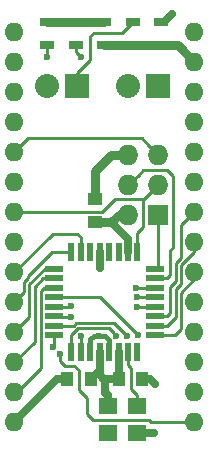
<source format=gtl>
G04 #@! TF.FileFunction,Copper,L1,Top,Signal*
%FSLAX46Y46*%
G04 Gerber Fmt 4.6, Leading zero omitted, Abs format (unit mm)*
G04 Created by KiCad (PCBNEW 4.0.2-stable) date 6/14/2016 9:54:22 PM*
%MOMM*%
G01*
G04 APERTURE LIST*
%ADD10C,0.100000*%
%ADD11R,1.250000X1.000000*%
%ADD12R,1.000000X1.250000*%
%ADD13R,2.032000X2.032000*%
%ADD14O,2.032000X2.032000*%
%ADD15R,1.300000X0.700000*%
%ADD16R,0.550000X1.600000*%
%ADD17R,1.600000X0.550000*%
%ADD18R,1.600000X1.400000*%
%ADD19R,1.727200X1.727200*%
%ADD20O,1.727200X1.727200*%
%ADD21O,1.600000X1.600000*%
%ADD22C,0.600000*%
%ADD23C,0.635000*%
%ADD24C,0.762000*%
%ADD25C,0.381000*%
%ADD26C,0.254000*%
G04 APERTURE END LIST*
D10*
D11*
X156908500Y-136509000D03*
X156908500Y-134509000D03*
D12*
X156575000Y-149796500D03*
X154575000Y-149796500D03*
X158956500Y-149796500D03*
X160956500Y-149796500D03*
D13*
X155448000Y-124968000D03*
D14*
X152908000Y-124968000D03*
D13*
X162306000Y-124968000D03*
D14*
X159766000Y-124968000D03*
D15*
X162560000Y-121473000D03*
X162560000Y-119573000D03*
X160147000Y-119573000D03*
X160147000Y-121473000D03*
X157734000Y-119573000D03*
X157734000Y-121473000D03*
X155321000Y-119573000D03*
X155321000Y-121473000D03*
X152908000Y-121473000D03*
X152908000Y-119573000D03*
D16*
X154934000Y-147506000D03*
X155734000Y-147506000D03*
X156534000Y-147506000D03*
X157334000Y-147506000D03*
X158134000Y-147506000D03*
X158934000Y-147506000D03*
X159734000Y-147506000D03*
X160534000Y-147506000D03*
D17*
X161984000Y-146056000D03*
X161984000Y-145256000D03*
X161984000Y-144456000D03*
X161984000Y-143656000D03*
X161984000Y-142856000D03*
X161984000Y-142056000D03*
X161984000Y-141256000D03*
X161984000Y-140456000D03*
D16*
X160534000Y-139006000D03*
X159734000Y-139006000D03*
X158934000Y-139006000D03*
X158134000Y-139006000D03*
X157334000Y-139006000D03*
X156534000Y-139006000D03*
X155734000Y-139006000D03*
X154934000Y-139006000D03*
D17*
X153484000Y-140456000D03*
X153484000Y-141256000D03*
X153484000Y-142056000D03*
X153484000Y-142856000D03*
X153484000Y-143656000D03*
X153484000Y-144456000D03*
X153484000Y-145256000D03*
X153484000Y-146056000D03*
D18*
X160508000Y-152102500D03*
X160508000Y-154352500D03*
X158008000Y-152102500D03*
X158008000Y-154352500D03*
D19*
X162306000Y-135890000D03*
D20*
X159766000Y-135890000D03*
X162306000Y-133350000D03*
X159766000Y-133350000D03*
X162306000Y-130810000D03*
X159766000Y-130810000D03*
D21*
X150114000Y-120396000D03*
X150114000Y-122936000D03*
X150114000Y-125476000D03*
X150114000Y-128016000D03*
X150114000Y-130556000D03*
X150114000Y-133096000D03*
X150114000Y-135636000D03*
X150114000Y-138176000D03*
X150114000Y-140716000D03*
X150114000Y-143256000D03*
X150114000Y-145796000D03*
X150114000Y-148336000D03*
X150114000Y-150876000D03*
X150114000Y-153416000D03*
X165354000Y-153416000D03*
X165354000Y-150876000D03*
X165354000Y-148336000D03*
X165354000Y-145796000D03*
X165354000Y-143256000D03*
X165354000Y-140716000D03*
X165354000Y-138176000D03*
X165354000Y-135636000D03*
X165354000Y-133096000D03*
X165354000Y-130556000D03*
X165354000Y-128016000D03*
X165354000Y-125476000D03*
X165354000Y-122936000D03*
X165354000Y-120396000D03*
D22*
X157797500Y-150939500D03*
X157797500Y-149923500D03*
X163449000Y-118872000D03*
X157289500Y-146113500D03*
X161925000Y-154368500D03*
X162052000Y-150241000D03*
X157353000Y-140398500D03*
X160464500Y-143700500D03*
X154940000Y-143637000D03*
X160528000Y-142875000D03*
X155765500Y-122555000D03*
X152908000Y-122491500D03*
X160401000Y-142049500D03*
X158750000Y-146113500D03*
X155765500Y-146177000D03*
X160591500Y-146050000D03*
X154940000Y-144526000D03*
X153987500Y-147637500D03*
X159639000Y-146113500D03*
X153416000Y-147066000D03*
D23*
X157797500Y-149923500D02*
X157797500Y-150939500D01*
X157334000Y-149037500D02*
X157334000Y-149460000D01*
X157334000Y-149460000D02*
X157797500Y-149923500D01*
X158008000Y-152102500D02*
X158008000Y-151150000D01*
X158008000Y-151150000D02*
X157797500Y-150939500D01*
X158956500Y-149796500D02*
X157924500Y-149796500D01*
X157924500Y-149796500D02*
X157797500Y-149923500D01*
X162560000Y-119573000D02*
X162748000Y-119573000D01*
X162748000Y-119573000D02*
X163449000Y-118872000D01*
X157334000Y-147506000D02*
X157334000Y-149037500D01*
X157334000Y-149037500D02*
X156575000Y-149796500D01*
X158934000Y-147506000D02*
X158934000Y-149774000D01*
X158934000Y-149774000D02*
X158956500Y-149796500D01*
X159734000Y-139006000D02*
X159734000Y-137921500D01*
X159734000Y-137921500D02*
X158321500Y-136509000D01*
D24*
X158940500Y-135890000D02*
X158321500Y-136509000D01*
X158321500Y-136509000D02*
X156908500Y-136509000D01*
X159766000Y-135890000D02*
X158940500Y-135890000D01*
D25*
X157289500Y-146113500D02*
X157797500Y-146113500D01*
X156845000Y-146113500D02*
X157289500Y-146113500D01*
D23*
X160508000Y-154352500D02*
X161909000Y-154352500D01*
X161909000Y-154352500D02*
X161925000Y-154368500D01*
X160956500Y-149796500D02*
X161607500Y-149796500D01*
X161607500Y-149796500D02*
X162052000Y-150241000D01*
D25*
X156534000Y-147506000D02*
X156534000Y-146424500D01*
X158134000Y-146450000D02*
X158134000Y-147506000D01*
X157797500Y-146113500D02*
X158134000Y-146450000D01*
X156534000Y-146424500D02*
X156845000Y-146113500D01*
D23*
X157334000Y-139006000D02*
X157334000Y-140379500D01*
X157334000Y-140379500D02*
X157353000Y-140398500D01*
D24*
X159766000Y-130810000D02*
X158305500Y-130810000D01*
X156908500Y-132207000D02*
X156908500Y-134509000D01*
X158305500Y-130810000D02*
X156908500Y-132207000D01*
D23*
X154575000Y-149796500D02*
X153733500Y-149796500D01*
X153733500Y-149796500D02*
X150114000Y-153416000D01*
D26*
X156845000Y-120459500D02*
X159260500Y-120459500D01*
X159260500Y-120459500D02*
X160147000Y-119573000D01*
X156527500Y-120777000D02*
X156845000Y-120459500D01*
X156527500Y-122809000D02*
X156527500Y-120777000D01*
X155448000Y-123888500D02*
X156527500Y-122809000D01*
X155448000Y-124968000D02*
X155448000Y-123888500D01*
X161984000Y-143656000D02*
X160509000Y-143656000D01*
X160509000Y-143656000D02*
X160464500Y-143700500D01*
X162306000Y-135890000D02*
X162306000Y-140134000D01*
X162306000Y-140134000D02*
X161984000Y-140456000D01*
X150114000Y-135636000D02*
X157495102Y-135636000D01*
X157495102Y-135636000D02*
X158590501Y-134540601D01*
X158590501Y-134540601D02*
X161115399Y-134540601D01*
X161115399Y-134540601D02*
X161442401Y-134213599D01*
X161442401Y-134213599D02*
X162306000Y-133350000D01*
X161036000Y-136906000D02*
X161036000Y-134620000D01*
X161036000Y-134620000D02*
X162306000Y-133350000D01*
X160534000Y-137408000D02*
X161036000Y-136906000D01*
X160534000Y-139006000D02*
X160534000Y-137408000D01*
X163318979Y-140975021D02*
X163318979Y-138870453D01*
X163512500Y-138676932D02*
X163512500Y-132588000D01*
X163038000Y-141256000D02*
X163318979Y-140975021D01*
X163318979Y-138870453D02*
X163512500Y-138676932D01*
X160629599Y-132486401D02*
X159766000Y-133350000D01*
X161036000Y-132080000D02*
X160629599Y-132486401D01*
X163004500Y-132080000D02*
X161036000Y-132080000D01*
X163512500Y-132588000D02*
X163004500Y-132080000D01*
X161984000Y-141256000D02*
X163038000Y-141256000D01*
X153484000Y-143656000D02*
X154921000Y-143656000D01*
X154921000Y-143656000D02*
X154940000Y-143637000D01*
X150114000Y-130556000D02*
X151257000Y-129413000D01*
X151257000Y-129413000D02*
X160909000Y-129413000D01*
X160909000Y-129413000D02*
X161442401Y-129946401D01*
X161442401Y-129946401D02*
X162306000Y-130810000D01*
D24*
X157734000Y-121473000D02*
X160147000Y-121473000D01*
X160147000Y-121473000D02*
X162560000Y-121473000D01*
X162560000Y-121473000D02*
X162626000Y-121539000D01*
X162626000Y-121539000D02*
X163957000Y-121539000D01*
X163957000Y-121539000D02*
X165354000Y-122936000D01*
X157734000Y-119573000D02*
X155321000Y-119573000D01*
X155321000Y-119573000D02*
X152908000Y-119573000D01*
D26*
X160528000Y-142875000D02*
X161965000Y-142875000D01*
X161965000Y-142875000D02*
X161984000Y-142856000D01*
X155321000Y-121473000D02*
X155321000Y-122110500D01*
X155321000Y-122110500D02*
X155765500Y-122555000D01*
X152908000Y-122491500D02*
X152908000Y-121473000D01*
X161984000Y-142056000D02*
X160407500Y-142056000D01*
X160407500Y-142056000D02*
X160401000Y-142049500D01*
X160020000Y-148846000D02*
X160020000Y-150660500D01*
X160020000Y-150660500D02*
X160508000Y-151148500D01*
X160508000Y-151148500D02*
X160508000Y-152102500D01*
X159734000Y-147506000D02*
X159734000Y-148560000D01*
X159734000Y-148560000D02*
X160020000Y-148846000D01*
X158122999Y-145486499D02*
X158450001Y-145813501D01*
X155528039Y-145486499D02*
X158122999Y-145486499D01*
X154934000Y-146080538D02*
X155528039Y-145486499D01*
X158450001Y-145813501D02*
X158750000Y-146113500D01*
X154934000Y-147506000D02*
X154934000Y-146080538D01*
X155765500Y-146177000D02*
X155765500Y-147474500D01*
X155765500Y-147474500D02*
X155734000Y-147506000D01*
X165354000Y-140716000D02*
X165354000Y-141351000D01*
X165354000Y-141351000D02*
X164211000Y-142494000D01*
X164211000Y-142494000D02*
X164211000Y-145542000D01*
X164211000Y-145542000D02*
X163697000Y-146056000D01*
X163697000Y-146056000D02*
X161984000Y-146056000D01*
X165354000Y-138176000D02*
X165354000Y-139048038D01*
X165354000Y-139048038D02*
X164226999Y-140175039D01*
X163038000Y-145256000D02*
X161984000Y-145256000D01*
X164226999Y-140175039D02*
X164226999Y-141716001D01*
X164226999Y-141716001D02*
X163756990Y-142186010D01*
X163756990Y-142186010D02*
X163756990Y-144537010D01*
X163756990Y-144537010D02*
X163038000Y-145256000D01*
X163038000Y-144456000D02*
X161984000Y-144456000D01*
X163302979Y-144191021D02*
X163038000Y-144456000D01*
X163772988Y-141527944D02*
X163302979Y-141997953D01*
X163772988Y-139986982D02*
X163772988Y-141527944D01*
X165354000Y-135636000D02*
X164226999Y-136763001D01*
X163302979Y-141997953D02*
X163302979Y-144191021D01*
X164226999Y-139532971D02*
X163772988Y-139986982D01*
X164226999Y-136763001D02*
X164226999Y-139532971D01*
X150114000Y-140716000D02*
X153352500Y-137477500D01*
X153352500Y-137477500D02*
X155448000Y-137477500D01*
X155448000Y-137477500D02*
X155734000Y-137763500D01*
X155734000Y-137763500D02*
X155734000Y-139006000D01*
X150114000Y-143256000D02*
X150913999Y-142456001D01*
X150913999Y-142456001D02*
X150913999Y-141583963D01*
X150913999Y-141583963D02*
X151241001Y-141256961D01*
X151241001Y-141256961D02*
X151241001Y-141049499D01*
X151241001Y-141049499D02*
X153284500Y-139006000D01*
X153284500Y-139006000D02*
X154405000Y-139006000D01*
X154405000Y-139006000D02*
X154934000Y-139006000D01*
X150114000Y-145796000D02*
X151374489Y-144535511D01*
X151374489Y-144535511D02*
X151374489Y-141765541D01*
X151374489Y-141765541D02*
X152684030Y-140456000D01*
X152684030Y-140456000D02*
X153484000Y-140456000D01*
X153484000Y-141256000D02*
X152526098Y-141256000D01*
X152526098Y-141256000D02*
X151828500Y-141953598D01*
X151828500Y-141953598D02*
X151828500Y-146621500D01*
X151828500Y-146621500D02*
X150114000Y-148336000D01*
X152336500Y-142367000D02*
X152647500Y-142056000D01*
X152647500Y-142056000D02*
X153484000Y-142056000D01*
X152336500Y-148844000D02*
X152336500Y-142367000D01*
X150304500Y-150876000D02*
X152336500Y-148844000D01*
X150114000Y-150876000D02*
X150304500Y-150876000D01*
X153484000Y-142856000D02*
X157397500Y-142856000D01*
X157397500Y-142856000D02*
X160591500Y-146050000D01*
X154940000Y-144526000D02*
X153554000Y-144526000D01*
X153554000Y-144526000D02*
X153484000Y-144456000D01*
X154368500Y-148653500D02*
X153987500Y-148272500D01*
X153987500Y-148272500D02*
X153987500Y-147637500D01*
X155194000Y-148653500D02*
X154368500Y-148653500D01*
X155575000Y-149034500D02*
X155194000Y-148653500D01*
X155575000Y-150685500D02*
X155575000Y-149034500D01*
X156273500Y-151384000D02*
X155575000Y-150685500D01*
X156273500Y-152717500D02*
X156273500Y-151384000D01*
X156781500Y-153225500D02*
X156273500Y-152717500D01*
X161480500Y-153225500D02*
X156781500Y-153225500D01*
X161671000Y-153416000D02*
X161480500Y-153225500D01*
X165354000Y-153416000D02*
X161671000Y-153416000D01*
X165354000Y-153416000D02*
X165290500Y-153416000D01*
X155339982Y-145032488D02*
X158557988Y-145032488D01*
X155116470Y-145256000D02*
X155339982Y-145032488D01*
X159339001Y-145813501D02*
X159639000Y-146113500D01*
X153484000Y-145256000D02*
X155116470Y-145256000D01*
X158557988Y-145032488D02*
X159339001Y-145813501D01*
X153416000Y-147066000D02*
X153484000Y-146998000D01*
X153484000Y-146998000D02*
X153484000Y-146056000D01*
M02*

</source>
